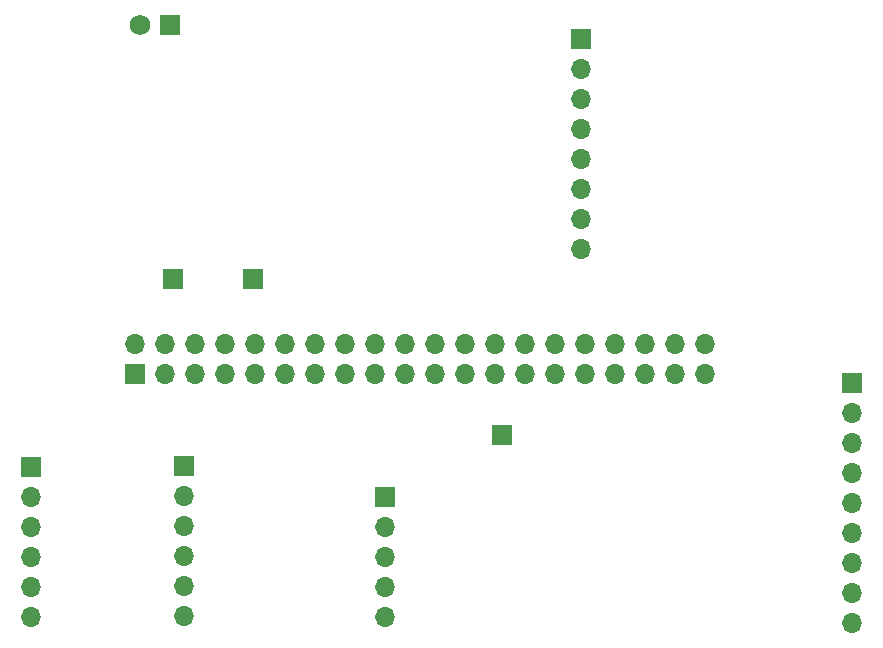
<source format=gbr>
%TF.GenerationSoftware,KiCad,Pcbnew,8.0.7*%
%TF.CreationDate,2025-02-08T18:07:02-05:00*%
%TF.ProjectId,Fallyx_EVK-RevA,46616c6c-7978-45f4-9556-4b2d52657641,rev?*%
%TF.SameCoordinates,Original*%
%TF.FileFunction,Soldermask,Bot*%
%TF.FilePolarity,Negative*%
%FSLAX46Y46*%
G04 Gerber Fmt 4.6, Leading zero omitted, Abs format (unit mm)*
G04 Created by KiCad (PCBNEW 8.0.7) date 2025-02-08 18:07:02*
%MOMM*%
%LPD*%
G01*
G04 APERTURE LIST*
G04 Aperture macros list*
%AMRoundRect*
0 Rectangle with rounded corners*
0 $1 Rounding radius*
0 $2 $3 $4 $5 $6 $7 $8 $9 X,Y pos of 4 corners*
0 Add a 4 corners polygon primitive as box body*
4,1,4,$2,$3,$4,$5,$6,$7,$8,$9,$2,$3,0*
0 Add four circle primitives for the rounded corners*
1,1,$1+$1,$2,$3*
1,1,$1+$1,$4,$5*
1,1,$1+$1,$6,$7*
1,1,$1+$1,$8,$9*
0 Add four rect primitives between the rounded corners*
20,1,$1+$1,$2,$3,$4,$5,0*
20,1,$1+$1,$4,$5,$6,$7,0*
20,1,$1+$1,$6,$7,$8,$9,0*
20,1,$1+$1,$8,$9,$2,$3,0*%
G04 Aperture macros list end*
%ADD10R,1.700000X1.700000*%
%ADD11O,1.700000X1.700000*%
%ADD12RoundRect,0.102000X0.762000X-0.762000X0.762000X0.762000X-0.762000X0.762000X-0.762000X-0.762000X0*%
%ADD13C,1.728000*%
G04 APERTURE END LIST*
D10*
%TO.C,J4*%
X151800000Y-68270000D03*
D11*
X151800000Y-70810000D03*
X151800000Y-73350000D03*
X151800000Y-75890000D03*
X151800000Y-78430000D03*
X151800000Y-80970000D03*
X151800000Y-83510000D03*
X151800000Y-86050000D03*
%TD*%
D12*
%TO.C,J5*%
X116970000Y-67150000D03*
D13*
X114430000Y-67150000D03*
%TD*%
D10*
%TO.C,J12*%
X113975000Y-96625000D03*
D11*
X113975000Y-94085000D03*
X116515000Y-96625000D03*
X116515000Y-94085000D03*
X119055000Y-96625000D03*
X119055000Y-94085000D03*
X121595000Y-96625000D03*
X121595000Y-94085000D03*
X124135000Y-96625000D03*
X124135000Y-94085000D03*
X126675000Y-96625000D03*
X126675000Y-94085000D03*
X129215000Y-96625000D03*
X129215000Y-94085000D03*
X131755000Y-96625000D03*
X131755000Y-94085000D03*
X134295000Y-96625000D03*
X134295000Y-94085000D03*
X136835000Y-96625000D03*
X136835000Y-94085000D03*
X139375000Y-96625000D03*
X139375000Y-94085000D03*
X141915000Y-96625000D03*
X141915000Y-94085000D03*
X144455000Y-96625000D03*
X144455000Y-94085000D03*
X146995000Y-96625000D03*
X146995000Y-94085000D03*
X149535000Y-96625000D03*
X149535000Y-94085000D03*
X152075000Y-96625000D03*
X152075000Y-94085000D03*
X154615000Y-96625000D03*
X154615000Y-94085000D03*
X157155000Y-96625000D03*
X157155000Y-94085000D03*
X159695000Y-96625000D03*
X159695000Y-94085000D03*
X162235000Y-96625000D03*
X162235000Y-94085000D03*
%TD*%
D10*
%TO.C,J13*%
X174700000Y-97380000D03*
D11*
X174700000Y-99920000D03*
X174700000Y-102460000D03*
X174700000Y-105000000D03*
X174700000Y-107540000D03*
X174700000Y-110080000D03*
X174700000Y-112620000D03*
X174700000Y-115160000D03*
X174700000Y-117700000D03*
%TD*%
D10*
%TO.C,J7*%
X117200000Y-88600000D03*
%TD*%
%TO.C,J11*%
X145050000Y-101800000D03*
%TD*%
%TO.C,J1*%
X135200000Y-107040000D03*
D11*
X135200000Y-109580000D03*
X135200000Y-112120000D03*
X135200000Y-114660000D03*
X135200000Y-117200000D03*
%TD*%
D10*
%TO.C,J8*%
X123950000Y-88600000D03*
%TD*%
%TO.C,J2*%
X105200000Y-104510000D03*
D11*
X105200000Y-107050000D03*
X105200000Y-109590000D03*
X105200000Y-112130000D03*
X105200000Y-114670000D03*
X105200000Y-117210000D03*
%TD*%
D10*
%TO.C,J3*%
X118150000Y-104480000D03*
D11*
X118150000Y-107020000D03*
X118150000Y-109560000D03*
X118150000Y-112100000D03*
X118150000Y-114640000D03*
X118150000Y-117180000D03*
%TD*%
M02*

</source>
